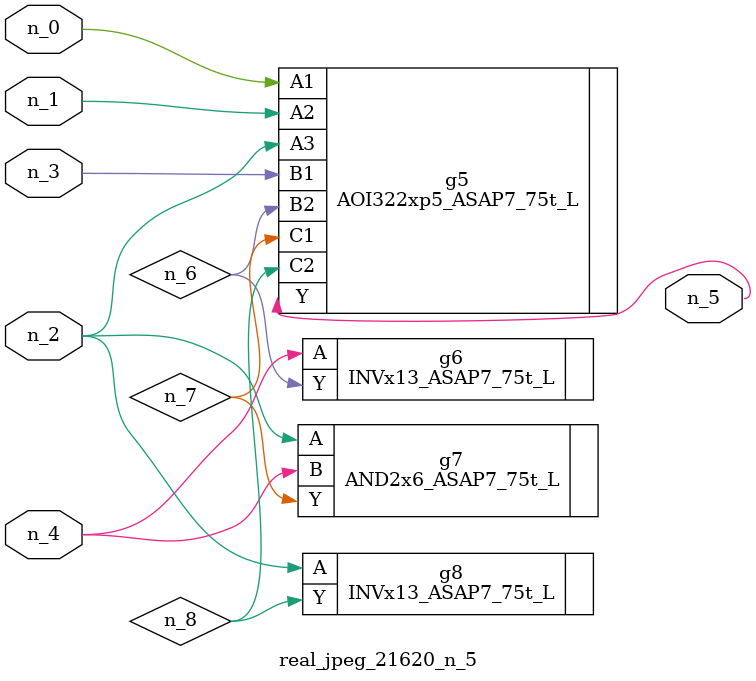
<source format=v>
module real_jpeg_21620_n_5 (n_4, n_0, n_1, n_2, n_3, n_5);

input n_4;
input n_0;
input n_1;
input n_2;
input n_3;

output n_5;

wire n_8;
wire n_6;
wire n_7;

AOI322xp5_ASAP7_75t_L g5 ( 
.A1(n_0),
.A2(n_1),
.A3(n_2),
.B1(n_3),
.B2(n_6),
.C1(n_7),
.C2(n_8),
.Y(n_5)
);

AND2x6_ASAP7_75t_L g7 ( 
.A(n_2),
.B(n_4),
.Y(n_7)
);

INVx13_ASAP7_75t_L g8 ( 
.A(n_2),
.Y(n_8)
);

INVx13_ASAP7_75t_L g6 ( 
.A(n_4),
.Y(n_6)
);


endmodule
</source>
